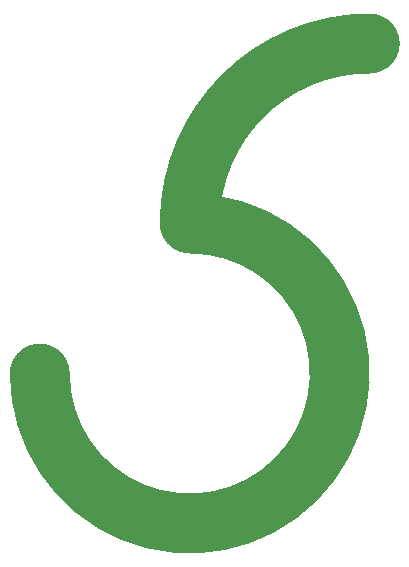
<source format=gbr>
%FSLAX34Y34*%
%MOIN*%
%ADD10C,0.2*%
D10*
G75*
X-5000Y0D02*
G03*
X0Y5000I5000J0D01*
G02*
X6000Y11000I6000J0D01*
M02*


</source>
